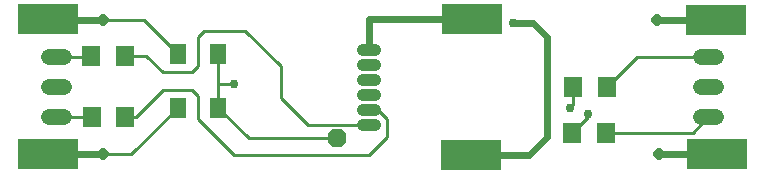
<source format=gbr>
G04 EAGLE Gerber RS-274X export*
G75*
%MOMM*%
%FSLAX34Y34*%
%LPD*%
%INTop Copper*%
%IPPOS*%
%AMOC8*
5,1,8,0,0,1.08239X$1,22.5*%
G01*
%ADD10C,1.320800*%
%ADD11R,1.600000X1.803000*%
%ADD12C,1.008000*%
%ADD13P,1.732040X8X202.500000*%
%ADD14R,5.080000X2.540000*%
%ADD15R,1.400000X1.800000*%
%ADD16C,0.254000*%
%ADD17C,0.756400*%
%ADD18C,0.609600*%
%ADD19P,1.035198X8X22.500000*%


D10*
X41604Y47100D02*
X28396Y47100D01*
X28396Y72500D02*
X41604Y72500D01*
X41604Y97900D02*
X28396Y97900D01*
X580396Y97900D02*
X593604Y97900D01*
X593604Y72500D02*
X580396Y72500D01*
X580396Y47100D02*
X593604Y47100D01*
D11*
X500320Y33600D03*
X471880Y33600D03*
X501020Y72600D03*
X472580Y72600D03*
X92720Y99100D03*
X64280Y99100D03*
X93280Y47440D03*
X64840Y47440D03*
D12*
X294460Y103550D02*
X304540Y103550D01*
X304540Y90850D02*
X294460Y90850D01*
X294460Y78150D02*
X304540Y78150D01*
X304540Y65450D02*
X294460Y65450D01*
X294460Y52750D02*
X304540Y52750D01*
X304540Y40050D02*
X294460Y40050D01*
D13*
X272500Y29000D03*
D14*
X28000Y130000D03*
X28000Y15500D03*
X593500Y129500D03*
X594000Y15500D03*
X386500Y130000D03*
X386000Y15000D03*
D15*
X172000Y55000D03*
X138000Y55000D03*
X172000Y100000D03*
X138000Y100000D03*
D16*
X198000Y29000D02*
X272500Y29000D01*
X198000Y29000D02*
X172000Y55000D01*
X172000Y75000D01*
X172000Y100000D01*
D17*
X185000Y75000D03*
D16*
X172000Y75000D01*
D18*
X545500Y16000D02*
X546000Y15500D01*
D19*
X545500Y16000D03*
D18*
X546000Y15500D02*
X594000Y15500D01*
X73500Y15500D02*
X28000Y15500D01*
X73500Y15500D02*
X74000Y15000D01*
X74000Y15704D01*
D19*
X74000Y15704D03*
D16*
X98500Y15500D02*
X138000Y55000D01*
X98500Y15500D02*
X73500Y15500D01*
D18*
X543704Y129500D02*
X593500Y129500D01*
X543704Y129500D02*
X543500Y129296D01*
D19*
X543500Y129296D03*
D18*
X29000Y129000D02*
X28000Y130000D01*
X29000Y129000D02*
X74000Y129000D01*
X75000Y129000D01*
D19*
X74000Y129000D03*
D16*
X109000Y129000D02*
X138000Y100000D01*
X109000Y129000D02*
X75000Y129000D01*
X472580Y72600D02*
X472580Y57580D01*
X470000Y55000D01*
D17*
X470000Y55000D03*
D16*
X102440Y47440D02*
X93280Y47440D01*
X102440Y47440D02*
X125000Y70000D01*
X150000Y70000D01*
X155000Y65000D01*
X155000Y45000D01*
X185000Y15000D01*
X300000Y15000D02*
X315000Y30000D01*
X315000Y45000D01*
X307250Y52750D02*
X299500Y52750D01*
X300000Y15000D02*
X185000Y15000D01*
X307250Y52750D02*
X315000Y45000D01*
X573500Y33600D02*
X587000Y47100D01*
X573500Y33600D02*
X500320Y33600D01*
X526320Y97900D02*
X587000Y97900D01*
X526320Y97900D02*
X501020Y72600D01*
X485000Y46720D02*
X471880Y33600D01*
X485000Y46720D02*
X485000Y50000D01*
D17*
X485000Y50000D03*
D16*
X110900Y99100D02*
X92720Y99100D01*
X110900Y99100D02*
X125000Y85000D01*
X150000Y85000D01*
X155000Y90000D01*
X155000Y115000D02*
X160000Y120000D01*
X155000Y115000D02*
X155000Y90000D01*
X160000Y120000D02*
X195000Y120000D01*
X225150Y89850D01*
X225150Y63035D01*
X248135Y40050D01*
X299500Y40050D01*
X63080Y97900D02*
X35000Y97900D01*
X63080Y97900D02*
X64280Y99100D01*
X64500Y47100D02*
X35000Y47100D01*
X64500Y47100D02*
X64840Y47440D01*
D18*
X299500Y130000D02*
X386500Y130000D01*
X299500Y130000D02*
X299500Y103550D01*
X386000Y15000D02*
X435000Y15000D01*
X450000Y30000D01*
X450000Y115000D02*
X438730Y126270D01*
X421270Y126270D01*
D17*
X421270Y126270D03*
D18*
X450000Y115000D02*
X450000Y30000D01*
M02*

</source>
